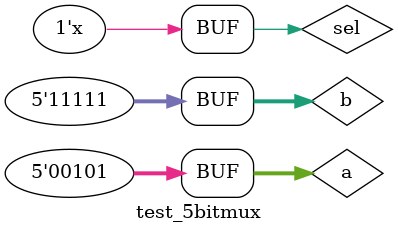
<source format=v>
`timescale 1ns / 1ps


module test_5bitmux();
    // wire ports
    wire [4:0] y;
    
    // reg declarations
    reg [4:0] a, b;
    reg sel;
    
    // instantiate the mux
    mux5bit uut(.y(y), .a(a), .b(b), .sel(sel));
    
    initial begin
        a = 5'b01010;
        b = 5'b10101;
        sel = 1'b1; // A
        
        #10
        a = 5'b00000;
        
        #10
        sel = 1'b1; // A
        
        #10
        b = 5'b11111;
        
        #5
        a = 5'b00101;
        
        #5
        sel = 1'b0; // B
        
        #5
        sel = 1'bx;
    end 
    
    always @ (a or b or sel)
        #1 $display("At t = %0d sel = %b, A = %b, B = %b, Y = %b", $time, sel, a, b, y);  

endmodule

</source>
